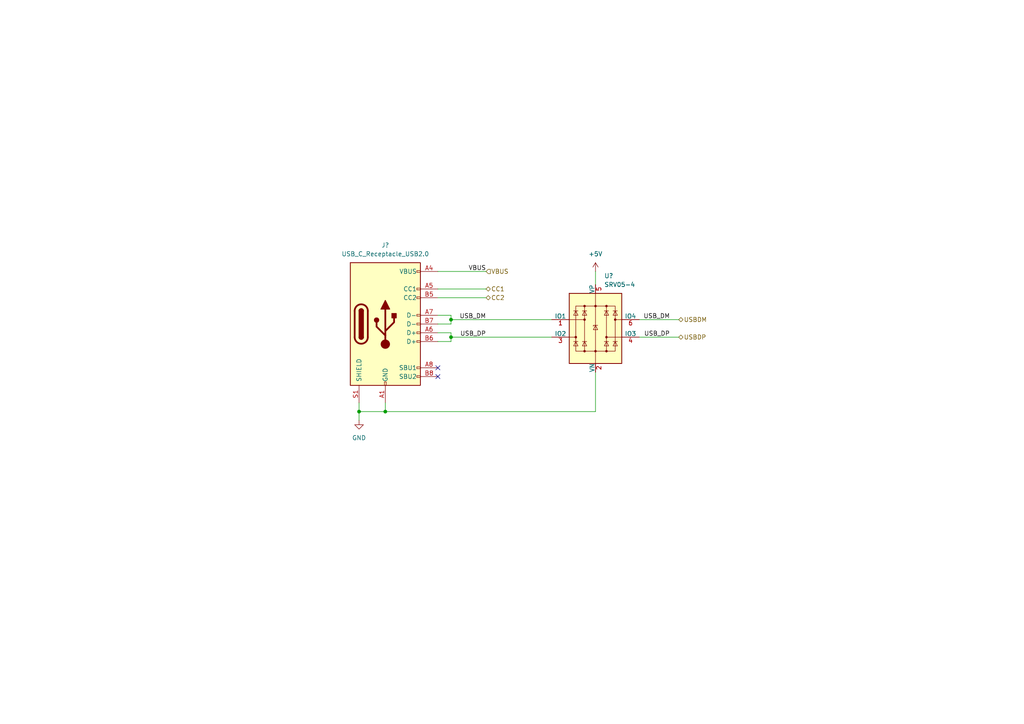
<source format=kicad_sch>
(kicad_sch (version 20230121) (generator eeschema)
  (paper "A4")
  (lib_symbols
    (symbol "Connector:USB_C_Receptacle_USB2.0" (pin_names (offset 1.016))
      (property "Reference" "J" (at -10.16 19.05 0))
      (property "Value" "USB_C_Receptacle_USB2.0" (at 19.05 19.05 0))
      (symbol "USB_C_Receptacle_USB2.0_0_0"
        (rectangle (start -0.254 -17.78) (end 0.254 -16.764))
        (rectangle (start 10.16 -14.986) (end 9.144 -15.494))
        (rectangle (start 10.16 -12.446) (end 9.144 -12.954))
        (rectangle (start 10.16 -4.826) (end 9.144 -5.334))
        (rectangle (start 10.16 -2.286) (end 9.144 -2.794))
        (rectangle (start 10.16 0.254) (end 9.144 -0.254))
        (rectangle (start 10.16 2.794) (end 9.144 2.286))
        (rectangle (start 10.16 7.874) (end 9.144 7.366))
        (rectangle (start 10.16 10.414) (end 9.144 9.906))
        (rectangle (start 10.16 15.494) (end 9.144 14.986))
      )
      (symbol "USB_C_Receptacle_USB2.0_0_1"
        (rectangle (start -10.16 17.78) (end 10.16 -17.78) (stroke (width 0.254)) (fill (type background)))
        (arc (start -8.89 -3.81) (mid -6.985 -5.7067) (end -5.08 -3.81) (stroke (width 0.508)))
        (arc (start -7.62 -3.81) (mid -6.985 -4.4423) (end -6.35 -3.81) (stroke (width 0.254)))
        (arc (start -7.62 -3.81) (mid -6.985 -4.4423) (end -6.35 -3.81) (stroke (width 0.254)) (fill (type outline)))
        (rectangle (start -7.62 -3.81) (end -6.35 3.81) (stroke (width 0.254)) (fill (type outline)))
        (arc (start -6.35 3.81) (mid -6.985 4.4423) (end -7.62 3.81) (stroke (width 0.254)))
        (arc (start -6.35 3.81) (mid -6.985 4.4423) (end -7.62 3.81) (stroke (width 0.254)) (fill (type outline)))
        (arc (start -5.08 3.81) (mid -6.985 5.7067) (end -8.89 3.81) (stroke (width 0.508)))
        (circle (center -2.54 1.143) (radius 0.635) (stroke (width 0.254)) (fill (type outline)))
        (circle (center 0 -5.842) (radius 1.27) (fill (type outline)))
        (polyline (pts (xy -8.89 -3.81) (xy -8.89 3.81)) (stroke (width 0.508)))
        (polyline (pts (xy -5.08 3.81) (xy -5.08 -3.81)) (stroke (width 0.508)))
        (polyline (pts (xy 0 -5.842) (xy 0 4.318)) (stroke (width 0.508)))
        (polyline (pts (xy 0 -3.302) (xy -2.54 -0.762) (xy -2.54 0.508)) (stroke (width 0.508)))
        (polyline (pts (xy 0 -2.032) (xy 2.54 0.508) (xy 2.54 1.778)) (stroke (width 0.508)))
        (polyline (pts (xy -1.27 4.318) (xy 0 6.858) (xy 1.27 4.318) (xy -1.27 4.318)) (stroke (width 0.254)) (fill (type outline)))
        (rectangle (start 1.905 1.778) (end 3.175 3.048) (stroke (width 0.254)) (fill (type outline)))
      )
      (symbol "USB_C_Receptacle_USB2.0_1_1"
        (pin passive line (at 0 -22.86 90) (length 5.08) (name "GND") (number "A1"))
        (pin passive line (at 0 -22.86 90) (length 5.08) hide (name "GND") (number "A12"))
        (pin passive line (at 15.24 15.24 180) (length 5.08) (name "VBUS") (number "A4"))
        (pin bidirectional line (at 15.24 10.16 180) (length 5.08) (name "CC1") (number "A5"))
        (pin bidirectional line (at 15.24 -2.54 180) (length 5.08) (name "D+") (number "A6"))
        (pin bidirectional line (at 15.24 2.54 180) (length 5.08) (name "D-") (number "A7"))
        (pin bidirectional line (at 15.24 -12.7 180) (length 5.08) (name "SBU1") (number "A8"))
        (pin passive line (at 15.24 15.24 180) (length 5.08) hide (name "VBUS") (number "A9"))
        (pin passive line (at 0 -22.86 90) (length 5.08) hide (name "GND") (number "B1"))
        (pin passive line (at 0 -22.86 90) (length 5.08) hide (name "GND") (number "B12"))
        (pin passive line (at 15.24 15.24 180) (length 5.08) hide (name "VBUS") (number "B4"))
        (pin bidirectional line (at 15.24 7.62 180) (length 5.08) (name "CC2") (number "B5"))
        (pin bidirectional line (at 15.24 -5.08 180) (length 5.08) (name "D+") (number "B6"))
        (pin bidirectional line (at 15.24 0 180) (length 5.08) (name "D-") (number "B7"))
        (pin bidirectional line (at 15.24 -15.24 180) (length 5.08) (name "SBU2") (number "B8"))
        (pin passive line (at 15.24 15.24 180) (length 5.08) hide (name "VBUS") (number "B9"))
        (pin passive line (at -7.62 -22.86 90) (length 5.08) (name "SHIELD") (number "S1"))
      )
    )
    (symbol "PCM_marbastlib-various:SRV05-4" (pin_names (offset 0))
      (property "Reference" "U" (at -5.08 11.43 0))
      (property "Value" "SRV05-4" (at 2.54 11.43 0))
      (symbol "SRV05-4_0_0"
        (rectangle (start -5.715 6.477) (end 5.715 -6.604))
        (polyline (pts (xy -3.175 -6.604) (xy -3.175 6.477)))
        (polyline (pts (xy 3.175 6.477) (xy 3.175 -6.604)))
      )
      (symbol "SRV05-4_0_1"
        (rectangle (start -7.62 10.16) (end 7.62 -10.16) (stroke (width 0.254)) (fill (type background)))
        (circle (center -5.715 -2.54) (radius 0.2794) (fill (type outline)))
        (circle (center -3.175 -6.604) (radius 0.2794) (fill (type outline)))
        (circle (center -3.175 2.54) (radius 0.2794) (fill (type outline)))
        (circle (center -3.175 6.477) (radius 0.2794) (fill (type outline)))
        (circle (center 0 -6.604) (radius 0.2794) (fill (type outline)))
        (polyline (pts (xy -7.747 2.54) (xy -3.175 2.54)))
        (polyline (pts (xy -7.62 -2.54) (xy -5.715 -2.54)))
        (polyline (pts (xy -5.08 -3.81) (xy -6.35 -3.81)))
        (polyline (pts (xy -5.08 5.08) (xy -6.35 5.08)))
        (polyline (pts (xy -2.54 -3.81) (xy -3.81 -3.81)))
        (polyline (pts (xy -2.54 5.08) (xy -3.81 5.08)))
        (polyline (pts (xy 0 10.16) (xy 0 -10.16)))
        (polyline (pts (xy 3.81 -3.81) (xy 2.54 -3.81)))
        (polyline (pts (xy 3.81 5.08) (xy 2.54 5.08)))
        (polyline (pts (xy 6.35 -3.81) (xy 5.08 -3.81)))
        (polyline (pts (xy 6.35 5.08) (xy 5.08 5.08)))
        (polyline (pts (xy 7.62 -2.54) (xy 3.175 -2.54)))
        (polyline (pts (xy 7.62 2.54) (xy 5.715 2.54)))
        (polyline (pts (xy 0.635 0.889) (xy -0.635 0.889) (xy -0.635 0.635)))
        (polyline (pts (xy -5.08 -5.08) (xy -6.35 -5.08) (xy -5.715 -3.81) (xy -5.08 -5.08)))
        (polyline (pts (xy -5.08 3.81) (xy -6.35 3.81) (xy -5.715 5.08) (xy -5.08 3.81)))
        (polyline (pts (xy -2.54 -5.08) (xy -3.81 -5.08) (xy -3.175 -3.81) (xy -2.54 -5.08)))
        (polyline (pts (xy -2.54 3.81) (xy -3.81 3.81) (xy -3.175 5.08) (xy -2.54 3.81)))
        (polyline (pts (xy 0.635 -0.381) (xy -0.635 -0.381) (xy 0 0.889) (xy 0.635 -0.381)))
        (polyline (pts (xy 3.81 -5.08) (xy 2.54 -5.08) (xy 3.175 -3.81) (xy 3.81 -5.08)))
        (polyline (pts (xy 3.81 3.81) (xy 2.54 3.81) (xy 3.175 5.08) (xy 3.81 3.81)))
        (polyline (pts (xy 6.35 -5.08) (xy 5.08 -5.08) (xy 5.715 -3.81) (xy 6.35 -5.08)))
        (polyline (pts (xy 6.35 3.81) (xy 5.08 3.81) (xy 5.715 5.08) (xy 6.35 3.81)))
        (circle (center 0 6.477) (radius 0.2794) (fill (type outline)))
        (circle (center 3.175 -6.604) (radius 0.2794) (fill (type outline)))
        (circle (center 3.175 -2.54) (radius 0.2794) (fill (type outline)))
        (circle (center 3.175 6.477) (radius 0.2794) (fill (type outline)))
        (circle (center 5.715 2.54) (radius 0.2794) (fill (type outline)))
      )
      (symbol "SRV05-4_1_1"
        (pin passive line (at -12.7 2.54 0) (length 5.08) (name "IO1") (number "1"))
        (pin passive line (at 0 -12.7 90) (length 2.54) (name "VN") (number "2"))
        (pin passive line (at -12.7 -2.54 0) (length 5.08) (name "IO2") (number "3"))
        (pin passive line (at 12.7 -2.54 180) (length 5.08) (name "IO3") (number "4"))
        (pin passive line (at 0 12.7 270) (length 2.54) (name "VP") (number "5"))
        (pin passive line (at 12.7 2.54 180) (length 5.08) (name "IO4") (number "6"))
      )
    )
    (symbol "power:+5V" (power) (pin_names (offset 0))
      (property "Value" "+5V" (at 0 3.556 0))
      (symbol "+5V_0_1"
        (polyline (pts (xy -0.762 1.27) (xy 0 2.54)))
        (polyline (pts (xy 0 0) (xy 0 2.54)))
        (polyline (pts (xy 0 2.54) (xy 0.762 1.27)))
      )
      (symbol "+5V_1_1"
        (pin power_in line (at 0 0 90) (length 0) hide (name "+5V") (number "1"))
      )
    )
    (symbol "power:GND" (power) (pin_names (offset 0))
      (property "Value" "GND" (at 0 -3.81 0))
      (symbol "GND_0_1"
        (polyline (pts (xy 0 0) (xy 0 -1.27) (xy 1.27 -1.27) (xy 0 -2.54) (xy -1.27 -1.27) (xy 0 -1.27)))
      )
      (symbol "GND_1_1"
        (pin power_in line (at 0 0 270) (length 0) hide (name "GND") (number "1"))
      )
    )
  )
  (junction (at 111.76 119.38))
  (junction (at 104.14 119.38))
  (junction (at 130.81 92.71))
  (junction (at 130.81 97.79))
  (no_connect (at 127 106.68))
  (no_connect (at 127 109.22))
  (wire (pts (xy 111.76 116.84) (xy 111.76 119.38)))
  (wire (pts (xy 127 83.82) (xy 140.97 83.82)))
  (wire (pts (xy 185.42 97.79) (xy 196.85 97.79)))
  (wire (pts (xy 172.72 119.38) (xy 172.72 107.95)))
  (wire (pts (xy 130.81 97.79) (xy 130.81 99.06)))
  (wire (pts (xy 104.14 119.38) (xy 104.14 121.92)))
  (wire (pts (xy 104.14 119.38) (xy 111.76 119.38)))
  (wire (pts (xy 130.81 97.79) (xy 160.02 97.79)))
  (wire (pts (xy 130.81 93.98) (xy 127 93.98)))
  (wire (pts (xy 172.72 78.74) (xy 172.72 82.55)))
  (wire (pts (xy 127 91.44) (xy 130.81 91.44)))
  (wire (pts (xy 130.81 96.52) (xy 130.81 97.79)))
  (wire (pts (xy 130.81 99.06) (xy 127 99.06)))
  (wire (pts (xy 130.81 92.71) (xy 160.02 92.71)))
  (wire (pts (xy 130.81 92.71) (xy 130.81 91.44)))
  (wire (pts (xy 127 96.52) (xy 130.81 96.52)))
  (wire (pts (xy 104.14 116.84) (xy 104.14 119.38)))
  (wire (pts (xy 130.81 92.71) (xy 130.81 93.98)))
  (wire (pts (xy 127 86.36) (xy 140.97 86.36)))
  (wire (pts (xy 111.76 119.38) (xy 172.72 119.38)))
  (wire (pts (xy 127 78.74) (xy 140.97 78.74)))
  (wire (pts (xy 185.42 92.71) (xy 196.85 92.71)))
  (label "USB_DP" (at 140.97 97.79 180))
  (label "USB_DM" (at 140.97 92.71 180))
  (label "USB_DM" (at 194.31 92.71 180))
  (label "VBUS" (at 140.97 78.74 180))
  (label "USB_DP" (at 194.31 97.79 180))
  (hierarchical_label "CC1" (shape bidirectional) (at 140.97 83.82 0))
  (hierarchical_label "USBDM" (shape bidirectional) (at 196.85 92.71 0))
  (hierarchical_label "CC2" (shape bidirectional) (at 140.97 86.36 0))
  (hierarchical_label "USBDP" (shape bidirectional) (at 196.85 97.79 0))
  (hierarchical_label "VBUS" (shape input) (at 140.97 78.74 0))
  (symbol (lib_id "Connector:USB_C_Receptacle_USB2.0") (at 111.76 93.98 0) (unit 1)
    (property "Reference" "J?" (at 111.76 71.12 0))
    (property "Value" "USB_C_Receptacle_USB2.0" (at 111.76 73.66 0))
    (property "Datasheet" "https://www.usb.org/sites/default/files/documents/usb_type-c.zip" (effects hide))
  )
  (symbol (lib_id "power:GND") (at 104.14 121.92 0) (unit 1)
    (property "Reference" "#PWR?" (effects hide))
    (property "Value" "GND" (at 104.14 127 0))
  )
  (symbol (lib_id "PCM_marbastlib-various:SRV05-4") (at 172.72 95.25 0) (unit 1)
    (property "Reference" "U?" (at 175.26 80.01 0) (effects (justify left)))
    (property "Value" "SRV05-4" (at 175.26 82.55 0) (effects (justify left)))
    (property "Footprint" "PCM_marbastlib-various:SOT-23-6-routable" (effects hide))
    (property "Datasheet" "http://www.onsemi.com/pub/Collateral/SRV05-4-D.PDF" (effects hide))
  )
  (symbol (lib_id "power:+5V") (at 172.72 78.74 0) (unit 1)
    (property "Reference" "#PWR?" (effects hide))
    (property "Value" "+5V" (at 172.72 73.66 0))
  )
)
</source>
